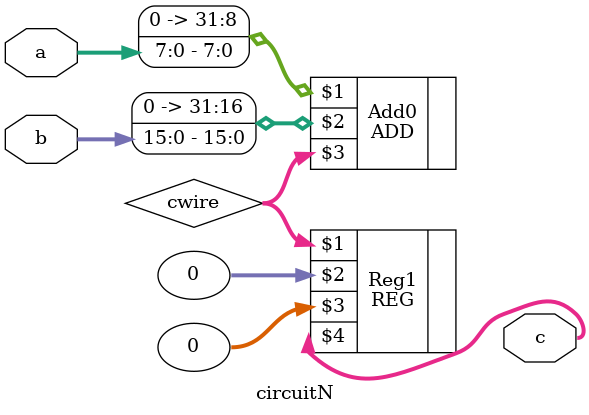
<source format=v>
`timescale 1ns / 1ps
module circuitN(a, b, c);
input [7:0] a;
input [15:0] b;
output [31:0] c;
wire [31:0] cwire;
ADD #(32) Add0({24'b0, a}, {16'b0, b}, cwire);
REG #(32) Reg1(cwire, 0, 0, c);
endmodule
</source>
